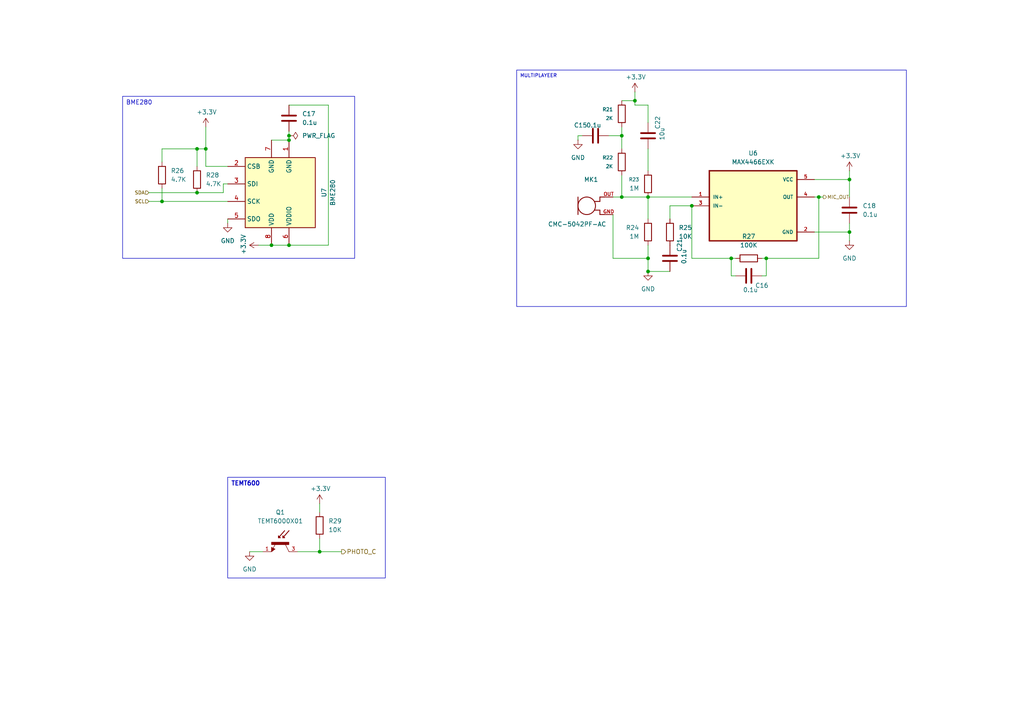
<source format=kicad_sch>
(kicad_sch (version 20250114) (generator "eeschema") (generator_version "9.0")
  (paper "A4")
  (lib_symbols
    (symbol "CMC-5042PF-AC:CMC-5042PF-AC" (pin_names (offset 1.016))
      (property "Reference" "MK" (at -2.5424 5.0848 0))
      (property "Value" "CMC-5042PF-AC" (at -2.5442 -6.3606 0))
      (symbol "CMC-5042PF-AC_0_0"
        (polyline (pts (xy -2.54 2.54) (xy -2.54 -2.54)) (stroke (width 0.254)))
        (circle (center 0 0) (radius 2.54) (stroke (width 0.254)))
        (polyline (pts (xy 3.81 2.54) (xy 3.81 1.27)) (stroke (width 0.254)))
        (polyline (pts (xy 3.81 1.27) (xy 2.2352 1.27)) (stroke (width 0.254)))
        (polyline (pts (xy 3.81 -1.27) (xy 2.2352 -1.27)) (stroke (width 0.254)))
        (polyline (pts (xy 3.81 -2.54) (xy 3.81 -1.27)) (stroke (width 0.254)))
        (polyline (pts (xy 5.08 2.54) (xy 3.81 2.54)) (stroke (width 0.254)))
        (polyline (pts (xy 5.08 -2.54) (xy 3.81 -2.54)) (stroke (width 0.254)))
        (pin output line (at 7.62 2.54 180) (length 2.54) (name "~") (number "OUT"))
        (pin power_in line (at 7.62 -2.54 180) (length 2.54) (name "~") (number "GND"))
      )
    )
    (symbol "Device:C" (pin_numbers (hide yes)) (pin_names (offset 0.254))
      (property "Reference" "C" (at 0.635 2.54 0))
      (property "Value" "C" (at 0.635 -2.54 0))
      (symbol "C_0_1"
        (polyline (pts (xy -2.032 0.762) (xy 2.032 0.762)) (stroke (width 0.508)))
        (polyline (pts (xy -2.032 -0.762) (xy 2.032 -0.762)) (stroke (width 0.508)))
      )
      (symbol "C_1_1"
        (pin passive line (at 0 3.81 270) (length 2.794) (name "~") (number "1"))
        (pin passive line (at 0 -3.81 90) (length 2.794) (name "~") (number "2"))
      )
    )
    (symbol "Device:R" (pin_numbers (hide yes)) (pin_names (offset 0))
      (property "Reference" "R" (at 2.032 0 90))
      (property "Value" "R" (at 0 0 90))
      (symbol "R_0_1"
        (rectangle (start -1.016 -2.54) (end 1.016 2.54) (stroke (width 0.254)))
      )
      (symbol "R_1_1"
        (pin passive line (at 0 3.81 270) (length 1.27) (name "~") (number "1"))
        (pin passive line (at 0 -3.81 90) (length 1.27) (name "~") (number "2"))
      )
    )
    (symbol "MAX4466EXK:MAX4466EXK" (pin_names (offset 1.016))
      (property "Reference" "U" (at -12.7 11.16 0))
      (property "Value" "MAX4466EXK" (at -12.7 -14.16 0))
      (symbol "MAX4466EXK_0_0"
        (rectangle (start -12.7 -10.16) (end 12.7 10.16) (stroke (width 0.41)) (fill (type background)))
        (pin input line (at -17.78 2.54 0) (length 5.08) (name "IN+") (number "1"))
        (pin input line (at -17.78 0 0) (length 5.08) (name "IN-") (number "3"))
        (pin power_in line (at 17.78 7.62 180) (length 5.08) (name "VCC") (number "5"))
        (pin output line (at 17.78 2.54 180) (length 5.08) (name "OUT") (number "4"))
        (pin power_in line (at 17.78 -7.62 180) (length 5.08) (name "GND") (number "2"))
      )
    )
    (symbol "Sensor:BME280"
      (property "Reference" "U" (at -8.89 11.43 0))
      (property "Value" "BME280" (at 7.62 11.43 0))
      (symbol "BME280_0_1"
        (rectangle (start -10.16 10.16) (end 10.16 -10.16) (stroke (width 0.254)) (fill (type background)))
      )
      (symbol "BME280_1_1"
        (pin power_in line (at -2.54 15.24 270) (length 5.08) (name "VDDIO") (number "6"))
        (pin power_in line (at -2.54 -15.24 90) (length 5.08) (name "GND") (number "1"))
        (pin power_in line (at 2.54 15.24 270) (length 5.08) (name "VDD") (number "8"))
        (pin power_in line (at 2.54 -15.24 90) (length 5.08) (name "GND") (number "7"))
        (pin bidirectional line (at 15.24 7.62 180) (length 5.08) (name "SDO") (number "5"))
        (pin input line (at 15.24 2.54 180) (length 5.08) (name "SCK") (number "4"))
        (pin bidirectional line (at 15.24 -2.54 180) (length 5.08) (name "SDI") (number "3"))
        (pin input line (at 15.24 -7.62 180) (length 5.08) (name "CSB") (number "2"))
      )
    )
    (symbol "TEMT6000X01:TEMT6000X01" (pin_names (offset 1.016))
      (property "Reference" "Q" (at 5.0999 0 0))
      (property "Value" "TEMT6000X01" (at 5.0887 -2.5444 0))
      (symbol "TEMT6000X01_0_0"
        (polyline (pts (xy -3.556 2.54) (xy -1.524 0.762)) (stroke (width 0.254)))
        (polyline (pts (xy -3.556 1.27) (xy -1.524 -0.508)) (stroke (width 0.254)))
        (polyline (pts (xy -2.032 0.762) (xy -1.524 1.27)) (stroke (width 0.254)))
        (polyline (pts (xy -2.032 -0.508) (xy -1.524 0)) (stroke (width 0.254)))
        (polyline (pts (xy -1.524 1.27) (xy -1.524 0.762)) (stroke (width 0.254)))
        (polyline (pts (xy -1.524 0.762) (xy -2.032 0.762)) (stroke (width 0.254)))
        (polyline (pts (xy -1.524 0) (xy -1.524 -0.508)) (stroke (width 0.254)))
        (polyline (pts (xy -1.524 -0.508) (xy -2.032 -0.508)) (stroke (width 0.254)))
        (rectangle (start -0.2547 -2.5468) (end 0.508 2.54) (stroke (width 0.1)) (fill (type outline)))
        (polyline (pts (xy 1.27 -2.54) (xy 1.778 -1.524)) (stroke (width 0.1524)))
        (polyline (pts (xy 1.524 -2.286) (xy 1.905 -2.286)) (stroke (width 0.254)))
        (polyline (pts (xy 1.524 -2.413) (xy 2.286 -2.413)) (stroke (width 0.254)))
        (polyline (pts (xy 1.54 -2.04) (xy 0.308 -1.424)) (stroke (width 0.1524)))
        (polyline (pts (xy 1.778 -1.524) (xy 2.54 -2.54)) (stroke (width 0.1524)))
        (polyline (pts (xy 1.778 -1.778) (xy 1.524 -2.286)) (stroke (width 0.254)))
        (polyline (pts (xy 1.905 -2.286) (xy 1.778 -2.032)) (stroke (width 0.254)))
        (polyline (pts (xy 2.286 -2.413) (xy 1.778 -1.778)) (stroke (width 0.254)))
        (polyline (pts (xy 2.54 2.54) (xy 0.508 1.524)) (stroke (width 0.1524)))
        (polyline (pts (xy 2.54 -2.54) (xy 1.27 -2.54)) (stroke (width 0.1524)))
        (pin passive line (at 2.54 5.08 270) (length 2.54) (name "~") (number "3"))
        (pin passive line (at 2.54 -5.08 90) (length 2.54) (name "~") (number "1"))
      )
    )
    (symbol "power:+3.3V" (power) (pin_numbers (hide yes)) (pin_names (offset 0) (hide yes))
      (property "Value" "+3.3V" (at 0 3.556 0))
      (symbol "+3.3V_0_1"
        (polyline (pts (xy -0.762 1.27) (xy 0 2.54)))
        (polyline (pts (xy 0 2.54) (xy 0.762 1.27)))
        (polyline (pts (xy 0 0) (xy 0 2.54)))
      )
      (symbol "+3.3V_1_1"
        (pin power_in line (at 0 0 90) (length 0) (name "~") (number "1"))
      )
    )
    (symbol "power:GND" (power) (pin_numbers (hide yes)) (pin_names (offset 0) (hide yes))
      (property "Value" "GND" (at 0 -3.81 0))
      (symbol "GND_0_1"
        (polyline (pts (xy 0 0) (xy 0 -1.27) (xy 1.27 -1.27) (xy 0 -2.54) (xy -1.27 -1.27) (xy 0 -1.27)))
      )
      (symbol "GND_1_1"
        (pin power_in line (at 0 0 270) (length 0) (name "~") (number "1"))
      )
    )
    (symbol "power:PWR_FLAG" (power) (pin_numbers (hide yes)) (pin_names (offset 0) (hide yes))
      (property "Value" "PWR_FLAG" (at 0 3.81 0))
      (symbol "PWR_FLAG_0_0"
        (pin power_out line (at 0 0 90) (length 0) (name "~") (number "1"))
      )
      (symbol "PWR_FLAG_0_1"
        (polyline (pts (xy 0 0) (xy 0 1.27) (xy -1.016 1.905) (xy 0 2.54) (xy 1.016 1.905) (xy 0 1.27)))
      )
    )
  )
  (text_box "MULTIPLAYEER" (at 149.86 20.32 0) (size 113.03 68.58) (margins 0.9525 0.9525 0.9525 0.9525) (effects (font (size 1 1)) (justify left top)))
  (text_box "TEMT600" (at 66.04 138.43 0) (size 45.72 29.21) (margins 0.9525 0.9525 0.9525 0.9525) (effects (font (size 1.27 1.27) (thickness 0.254) (bold yes)) (justify left top)))
  (text_box "BME280" (at 35.56 27.94 0) (size 67.31 46.99) (margins 0.9525 0.9525 0.9525 0.9525) (effects (font (size 1.27 1.27)) (justify left top)))
  (junction (at 246.38 67.31))
  (junction (at 237.49 57.15))
  (junction (at 57.15 55.88))
  (junction (at 46.99 58.42))
  (junction (at 246.38 52.07))
  (junction (at 57.15 43.18))
  (junction (at 180.34 39.37))
  (junction (at 78.74 71.12))
  (junction (at 83.82 39.37))
  (junction (at 200.66 59.69))
  (junction (at 222.25 74.93))
  (junction (at 180.34 57.15))
  (junction (at 83.82 71.12))
  (junction (at 59.69 43.18))
  (junction (at 187.96 57.15))
  (junction (at 92.71 160.02))
  (junction (at 187.96 74.93))
  (junction (at 212.09 74.93))
  (junction (at 83.82 40.64))
  (junction (at 184.15 29.21))
  (junction (at 187.96 78.74))
  (wire (pts (xy 194.31 63.5) (xy 194.31 59.69)))
  (wire (pts (xy 220.98 80.01) (xy 222.25 80.01)))
  (wire (pts (xy 64.77 55.88) (xy 57.15 55.88)))
  (wire (pts (xy 222.25 80.01) (xy 222.25 74.93)))
  (wire (pts (xy 64.77 53.34) (xy 64.77 55.88)))
  (wire (pts (xy 236.22 52.07) (xy 246.38 52.07)))
  (wire (pts (xy 184.15 26.67) (xy 184.15 29.21)))
  (wire (pts (xy 176.53 39.37) (xy 180.34 39.37)))
  (wire (pts (xy 78.74 40.64) (xy 83.82 40.64)))
  (wire (pts (xy 220.98 74.93) (xy 222.25 74.93)))
  (wire (pts (xy 57.15 43.18) (xy 59.69 43.18)))
  (wire (pts (xy 59.69 48.26) (xy 66.04 48.26)))
  (wire (pts (xy 246.38 52.07) (xy 246.38 49.53)))
  (wire (pts (xy 187.96 78.74) (xy 187.96 74.93)))
  (wire (pts (xy 59.69 43.18) (xy 59.69 48.26)))
  (wire (pts (xy 212.09 74.93) (xy 213.36 74.93)))
  (wire (pts (xy 187.96 30.48) (xy 187.96 35.56)))
  (wire (pts (xy 74.93 71.12) (xy 78.74 71.12)))
  (wire (pts (xy 187.96 71.12) (xy 187.96 74.93)))
  (wire (pts (xy 238.76 57.15) (xy 237.49 57.15)))
  (wire (pts (xy 222.25 74.93) (xy 237.49 74.93)))
  (wire (pts (xy 66.04 53.34) (xy 64.77 53.34)))
  (wire (pts (xy 194.31 59.69) (xy 200.66 59.69)))
  (wire (pts (xy 95.25 30.48) (xy 95.25 71.12)))
  (wire (pts (xy 83.82 39.37) (xy 83.82 40.64)))
  (wire (pts (xy 180.34 57.15) (xy 187.96 57.15)))
  (wire (pts (xy 92.71 160.02) (xy 86.36 160.02)))
  (wire (pts (xy 212.09 80.01) (xy 212.09 74.93)))
  (wire (pts (xy 95.25 71.12) (xy 83.82 71.12)))
  (wire (pts (xy 180.34 29.21) (xy 184.15 29.21)))
  (wire (pts (xy 200.66 59.69) (xy 200.66 74.93)))
  (wire (pts (xy 78.74 71.12) (xy 83.82 71.12)))
  (wire (pts (xy 184.15 29.21) (xy 184.15 30.48)))
  (wire (pts (xy 237.49 57.15) (xy 236.22 57.15)))
  (wire (pts (xy 184.15 30.48) (xy 187.96 30.48)))
  (wire (pts (xy 83.82 30.48) (xy 95.25 30.48)))
  (wire (pts (xy 246.38 52.07) (xy 246.38 57.15)))
  (wire (pts (xy 200.66 74.93) (xy 212.09 74.93)))
  (wire (pts (xy 59.69 36.83) (xy 59.69 43.18)))
  (wire (pts (xy 180.34 50.8) (xy 180.34 57.15)))
  (wire (pts (xy 167.64 40.64) (xy 167.64 39.37)))
  (wire (pts (xy 57.15 48.26) (xy 57.15 43.18)))
  (wire (pts (xy 246.38 67.31) (xy 246.38 64.77)))
  (wire (pts (xy 177.8 74.93) (xy 187.96 74.93)))
  (wire (pts (xy 237.49 57.15) (xy 237.49 74.93)))
  (wire (pts (xy 92.71 146.05) (xy 92.71 148.59)))
  (wire (pts (xy 213.36 80.01) (xy 212.09 80.01)))
  (wire (pts (xy 92.71 156.21) (xy 92.71 160.02)))
  (wire (pts (xy 46.99 58.42) (xy 66.04 58.42)))
  (wire (pts (xy 66.04 63.5) (xy 66.04 64.77)))
  (wire (pts (xy 177.8 57.15) (xy 180.34 57.15)))
  (wire (pts (xy 92.71 160.02) (xy 99.06 160.02)))
  (wire (pts (xy 180.34 39.37) (xy 180.34 43.18)))
  (wire (pts (xy 167.64 39.37) (xy 168.91 39.37)))
  (wire (pts (xy 187.96 43.18) (xy 187.96 49.53)))
  (wire (pts (xy 187.96 57.15) (xy 200.66 57.15)))
  (wire (pts (xy 46.99 46.99) (xy 46.99 43.18)))
  (wire (pts (xy 177.8 62.23) (xy 177.8 74.93)))
  (wire (pts (xy 180.34 36.83) (xy 180.34 39.37)))
  (wire (pts (xy 72.39 160.02) (xy 76.2 160.02)))
  (wire (pts (xy 43.18 58.42) (xy 46.99 58.42)))
  (wire (pts (xy 236.22 67.31) (xy 246.38 67.31)))
  (wire (pts (xy 83.82 38.1) (xy 83.82 39.37)))
  (wire (pts (xy 46.99 43.18) (xy 57.15 43.18)))
  (wire (pts (xy 187.96 78.74) (xy 194.31 78.74)))
  (wire (pts (xy 246.38 67.31) (xy 246.38 69.85)))
  (wire (pts (xy 43.18 55.88) (xy 57.15 55.88)))
  (wire (pts (xy 46.99 54.61) (xy 46.99 58.42)))
  (wire (pts (xy 187.96 57.15) (xy 187.96 63.5)))
  (hierarchical_label "SCL" (shape input) (at 43.18 58.42 180) (effects (font (size 1 1))))
  (hierarchical_label "PHOTO_C" (shape output) (at 99.06 160.02 0))
  (hierarchical_label "SDA" (shape input) (at 43.18 55.88 180) (effects (font (size 1 1))))
  (hierarchical_label "MIC_OUT" (shape output) (at 238.76 57.15 0) (effects (font (size 1 1) (thickness 0.125))))
  (symbol (lib_id "Device:C") (at 217.17 80.01 270) (unit 1)
    (property "Reference" "C16" (at 220.98 82.804 90))
    (property "Value" "0.1u" (at 217.678 84.074 90))
    (property "Footprint" "Capacitor_SMD:C_0805_2012Metric" (effects (hide yes)))
    (property "Description" "Unpolarized capacitor" (effects (hide yes)))
  )
  (symbol (lib_id "Device:R") (at 194.31 67.31 0) (unit 1)
    (property "Reference" "R25" (at 196.85 66.0399 0) (effects (justify left)))
    (property "Value" "10K" (at 196.85 68.5799 0) (effects (justify left)))
    (property "Footprint" "Resistor_SMD:R_0805_2012Metric_Pad1.20x1.40mm_HandSolder" (effects (hide yes)))
    (property "Description" "Resistor" (effects (hide yes)))
  )
  (symbol (lib_id "Device:R") (at 46.99 50.8 0) (unit 1)
    (property "Reference" "R26" (at 49.53 49.5299 0) (effects (justify left)))
    (property "Value" "4.7K" (at 49.53 52.0699 0) (effects (justify left)))
    (property "Footprint" "Resistor_SMD:R_0805_2012Metric_Pad1.20x1.40mm_HandSolder" (effects (hide yes)))
    (property "Description" "Resistor" (effects (hide yes)))
  )
  (symbol (lib_id "power:+3.3V") (at 74.93 71.12 90) (unit 1)
    (property "Reference" "#PWR0145" (effects (hide yes)))
    (property "Value" "+3.3V" (at 70.612 70.866 0))
    (property "Description" "Power symbol creates a global label with name \"+3.3V\"" (effects (hide yes)))
  )
  (symbol (lib_id "power:PWR_FLAG") (at 83.82 39.37 270) (unit 1)
    (property "Reference" "#FLG03" (effects (hide yes)))
    (property "Value" "PWR_FLAG" (at 87.63 39.3699 90) (effects (justify left)))
    (property "Description" "Special symbol for telling ERC where power comes from" (effects (hide yes)))
  )
  (symbol (lib_id "Device:R") (at 180.34 33.02 0) (mirror y) (unit 1)
    (property "Reference" "R21" (at 177.8 31.7499 0) (effects (font (size 1 1)) (justify left)))
    (property "Value" "2K" (at 177.8 34.2899 0) (effects (font (size 1 1)) (justify left)))
    (property "Footprint" "Resistor_SMD:R_0805_2012Metric_Pad1.20x1.40mm_HandSolder" (effects (hide yes)))
    (property "Description" "Resistor" (effects (hide yes)))
  )
  (symbol (lib_id "power:+3.3V") (at 246.38 49.53 0) (unit 1)
    (property "Reference" "#PWR0142" (effects (hide yes)))
    (property "Value" "+3.3V" (at 246.634 45.212 0))
    (property "Description" "Power symbol creates a global label with name \"+3.3V\"" (effects (hide yes)))
  )
  (symbol (lib_id "CMC-5042PF-AC:CMC-5042PF-AC") (at 170.18 59.69 0) (unit 1)
    (property "Reference" "MK1" (at 171.45 52.07 0))
    (property "Value" "CMC-5042PF-AC" (at 167.386 65.024 0))
    (property "Footprint" "CMC-5042PF-AC:CUI_CMC-5042PF-AC" (effects (hide yes)))
    (property "MF" "Same Sky" (effects (hide yes)))
    (property "Description_1" "6.0 mm, Omnidirectional, PCB Mount, 2.0 Vdc, Electret Condenser Microphone" (effects (hide yes)))
    (property "Package" "None" (effects (hide yes)))
    (property "Price" "None" (effects (hide yes)))
    (property "Check_prices" "https://www.snapeda.com/parts/CMC-5042PF-AC/Same+Sky/view-part/?ref=eda" (effects (hide yes)))
    (property "STANDARD" "Manufacturer recommendations" (effects (hide yes)))
    (property "SnapEDA_Link" "https://www.snapeda.com/parts/CMC-5042PF-AC/Same+Sky/view-part/?ref=snap" (effects (hide yes)))
    (property "MP" "CMC-5042PF-AC" (effects (hide yes)))
    (property "Availability" "In Stock" (effects (hide yes)))
    (property "MANUFACTURER" "CUI INC" (effects (hide yes)))
  )
  (symbol (lib_id "MAX4466EXK:MAX4466EXK") (at 218.44 59.69 0) (unit 1)
    (property "Reference" "U6" (at 218.44 44.45 0))
    (property "Value" "MAX4466EXK" (at 218.44 46.99 0))
    (property "Footprint" "MAX4466EXK:SOT65P210X110-5N" (effects (hide yes)))
    (property "MF" "Analog Devices" (effects (hide yes)))
    (property "Description_1" "Audio Amp Microphone 1-CH Mono Class-AB 5-Pin SC-70 T/R" (effects (hide yes)))
    (property "Package" "SC-70-5 Maxim" (effects (hide yes)))
    (property "Price" "None" (effects (hide yes)))
    (property "SnapEDA_Link" "https://www.snapeda.com/parts/MAX4466EXK+T/Analog+Devices/view-part/?ref=snap" (effects (hide yes)))
    (property "MP" "MAX4466EXK+T" (effects (hide yes)))
    (property "Availability" "In Stock" (effects (hide yes)))
    (property "Check_prices" "https://www.snapeda.com/parts/MAX4466EXK+T/Analog+Devices/view-part/?ref=eda" (effects (hide yes)))
  )
  (symbol (lib_id "Device:R") (at 57.15 52.07 0) (unit 1)
    (property "Reference" "R28" (at 59.69 50.7999 0) (effects (justify left)))
    (property "Value" "4.7K" (at 59.69 53.3399 0) (effects (justify left)))
    (property "Footprint" "Resistor_SMD:R_0805_2012Metric_Pad1.20x1.40mm_HandSolder" (effects (hide yes)))
    (property "Description" "Resistor" (effects (hide yes)))
  )
  (symbol (lib_id "Device:C") (at 172.72 39.37 270) (unit 1)
    (property "Reference" "C15" (at 168.402 36.322 90))
    (property "Value" "0.1u" (at 172.212 36.322 90))
    (property "Footprint" "Capacitor_SMD:C_0805_2012Metric" (effects (hide yes)))
    (property "Description" "Unpolarized capacitor" (effects (hide yes)))
  )
  (symbol (lib_id "power:GND") (at 246.38 69.85 0) (unit 1)
    (property "Reference" "#PWR0141" (effects (hide yes)))
    (property "Value" "GND" (at 246.38 74.93 0))
    (property "Description" "Power symbol creates a global label with name \"GND\" , ground" (effects (hide yes)))
  )
  (symbol (lib_id "power:GND") (at 167.64 40.64 0) (unit 1)
    (property "Reference" "#PWR0140" (effects (hide yes)))
    (property "Value" "GND" (at 167.64 45.72 0))
    (property "Description" "Power symbol creates a global label with name \"GND\" , ground" (effects (hide yes)))
  )
  (symbol (lib_id "Device:R") (at 187.96 67.31 0) (mirror y) (unit 1)
    (property "Reference" "R24" (at 185.42 66.0399 0) (effects (justify left)))
    (property "Value" "1M" (at 185.42 68.5799 0) (effects (justify left)))
    (property "Footprint" "Resistor_SMD:R_0805_2012Metric_Pad1.20x1.40mm_HandSolder" (effects (hide yes)))
    (property "Description" "Resistor" (effects (hide yes)))
  )
  (symbol (lib_id "TEMT6000X01:TEMT6000X01") (at 81.28 157.48 270) (unit 1)
    (property "Reference" "Q1" (at 81.3054 148.59 90))
    (property "Value" "TEMT6000X01" (at 81.3054 151.13 90))
    (property "Footprint" "TEMT6000X01:TRANS_TEMT6000X01" (effects (hide yes)))
    (property "DigiKey_Part_Number" "751-1055-1-ND" (effects (hide yes)))
    (property "SnapEDA_Link" "https://www.snapeda.com/parts/TEMT6000X01/Vishay/view-part/?ref=snap" (effects (hide yes)))
    (property "Description_1" "Phototransistors 570nm Top View 1206 (3216 Metric)" (effects (hide yes)))
    (property "Package" "1206 Vishay" (effects (hide yes)))
    (property "Check_prices" "https://www.snapeda.com/parts/TEMT6000X01/Vishay/view-part/?ref=eda" (effects (hide yes)))
    (property "STANDARD" "Manufacturer Recommendations" (effects (hide yes)))
    (property "PARTREV" "1.9" (effects (hide yes)))
    (property "MF" "Vishay Semiconductor" (effects (hide yes)))
    (property "MP" "TEMT6000X01" (effects (hide yes)))
    (property "MANUFACTURER" "VISHAY" (effects (hide yes)))
  )
  (symbol (lib_id "Device:R") (at 187.96 53.34 0) (mirror y) (unit 1)
    (property "Reference" "R23" (at 185.42 52.0699 0) (effects (font (size 1 1)) (justify left)))
    (property "Value" "1M" (at 185.42 54.6099 0) (effects (justify left)))
    (property "Footprint" "Resistor_SMD:R_0805_2012Metric_Pad1.20x1.40mm_HandSolder" (effects (hide yes)))
    (property "Description" "Resistor" (effects (hide yes)))
  )
  (symbol (lib_id "Device:C") (at 246.38 60.96 180) (unit 1)
    (property "Reference" "C18" (at 250.19 59.6899 0) (effects (justify right)))
    (property "Value" "0.1u" (at 250.19 62.2299 0) (effects (justify right)))
    (property "Footprint" "Capacitor_SMD:C_0805_2012Metric" (effects (hide yes)))
    (property "Description" "Unpolarized capacitor" (effects (hide yes)))
  )
  (symbol (lib_id "power:+3.3V") (at 184.15 26.67 0) (unit 1)
    (property "Reference" "#PWR0139" (effects (hide yes)))
    (property "Value" "+3.3V" (at 184.404 22.352 0))
    (property "Description" "Power symbol creates a global label with name \"+3.3V\"" (effects (hide yes)))
  )
  (symbol (lib_id "power:+3.3V") (at 59.69 36.83 0) (unit 1)
    (property "Reference" "#PWR0144" (effects (hide yes)))
    (property "Value" "+3.3V" (at 59.944 32.512 0))
    (property "Description" "Power symbol creates a global label with name \"+3.3V\"" (effects (hide yes)))
  )
  (symbol (lib_id "power:GND") (at 66.04 64.77 0) (unit 1)
    (property "Reference" "#PWR0146" (effects (hide yes)))
    (property "Value" "GND" (at 66.04 69.85 0))
    (property "Description" "Power symbol creates a global label with name \"GND\" , ground" (effects (hide yes)))
  )
  (symbol (lib_id "Sensor:BME280") (at 81.28 55.88 180) (unit 1)
    (property "Reference" "U7" (at 93.98 55.88 90))
    (property "Value" "BME280" (at 96.52 55.88 90))
    (property "Footprint" "Package_LGA:Bosch_LGA-8_2.5x2.5mm_P0.65mm_ClockwisePinNumbering" (effects (hide yes)))
    (property "Datasheet" "https://www.bosch-sensortec.com/media/boschsensortec/downloads/datasheets/bst-bme280-ds002.pdf" (effects (hide yes)))
    (property "Description" "3-in-1 sensor, humidity, pressure, temperature, I2C and SPI interface, 1.71-3.6V, LGA-8" (effects (hide yes)))
  )
  (symbol (lib_id "Device:C") (at 187.96 39.37 0) (unit 1)
    (property "Reference" "C22" (at 190.754 35.56 90))
    (property "Value" "10u" (at 192.024 38.862 90))
    (property "Footprint" "Capacitor_SMD:C_0805_2012Metric" (effects (hide yes)))
    (property "Description" "Unpolarized capacitor" (effects (hide yes)))
  )
  (symbol (lib_id "Device:C") (at 194.31 74.93 0) (unit 1)
    (property "Reference" "C21" (at 197.104 71.12 90))
    (property "Value" "0.1u" (at 198.374 74.422 90))
    (property "Footprint" "Capacitor_SMD:C_0805_2012Metric" (effects (hide yes)))
    (property "Description" "Unpolarized capacitor" (effects (hide yes)))
  )
  (symbol (lib_id "Device:R") (at 92.71 152.4 0) (unit 1)
    (property "Reference" "R29" (at 95.25 151.1299 0) (effects (justify left)))
    (property "Value" "10K" (at 95.25 153.6699 0) (effects (justify left)))
    (property "Footprint" "Resistor_SMD:R_0805_2012Metric_Pad1.20x1.40mm_HandSolder" (effects (hide yes)))
    (property "Description" "Resistor" (effects (hide yes)))
  )
  (symbol (lib_id "power:+3.3V") (at 92.71 146.05 0) (unit 1)
    (property "Reference" "#PWR0137" (effects (hide yes)))
    (property "Value" "+3.3V" (at 92.964 141.732 0))
    (property "Description" "Power symbol creates a global label with name \"+3.3V\"" (effects (hide yes)))
  )
  (symbol (lib_id "power:GND") (at 72.39 160.02 0) (unit 1)
    (property "Reference" "#PWR0138" (effects (hide yes)))
    (property "Value" "GND" (at 72.39 165.1 0))
    (property "Description" "Power symbol creates a global label with name \"GND\" , ground" (effects (hide yes)))
  )
  (symbol (lib_id "Device:C") (at 83.82 34.29 180) (unit 1)
    (property "Reference" "C17" (at 87.63 33.0199 0) (effects (justify right)))
    (property "Value" "0.1u" (at 87.63 35.5599 0) (effects (justify right)))
    (property "Footprint" "Capacitor_SMD:C_0805_2012Metric" (effects (hide yes)))
    (property "Description" "Unpolarized capacitor" (effects (hide yes)))
  )
  (symbol (lib_id "Device:R") (at 180.34 46.99 0) (mirror y) (unit 1)
    (property "Reference" "R22" (at 177.8 45.7199 0) (effects (font (size 1 1)) (justify left)))
    (property "Value" "2K" (at 177.8 48.2599 0) (effects (font (size 1 1)) (justify left)))
    (property "Footprint" "Resistor_SMD:R_0805_2012Metric_Pad1.20x1.40mm_HandSolder" (effects (hide yes)))
    (property "Description" "Resistor" (effects (hide yes)))
  )
  (symbol (lib_id "Device:R") (at 217.17 74.93 90) (unit 1)
    (property "Reference" "R27" (at 217.17 68.58 90))
    (property "Value" "100K" (at 217.17 71.12 90))
    (property "Footprint" "Resistor_SMD:R_0805_2012Metric_Pad1.20x1.40mm_HandSolder" (effects (hide yes)))
    (property "Description" "Resistor" (effects (hide yes)))
  )
  (symbol (lib_id "power:GND") (at 187.96 78.74 0) (unit 1)
    (property "Reference" "#PWR0143" (effects (hide yes)))
    (property "Value" "GND" (at 187.96 83.82 0))
    (property "Description" "Power symbol creates a global label with name \"GND\" , ground" (effects (hide yes)))
  )
)
</source>
